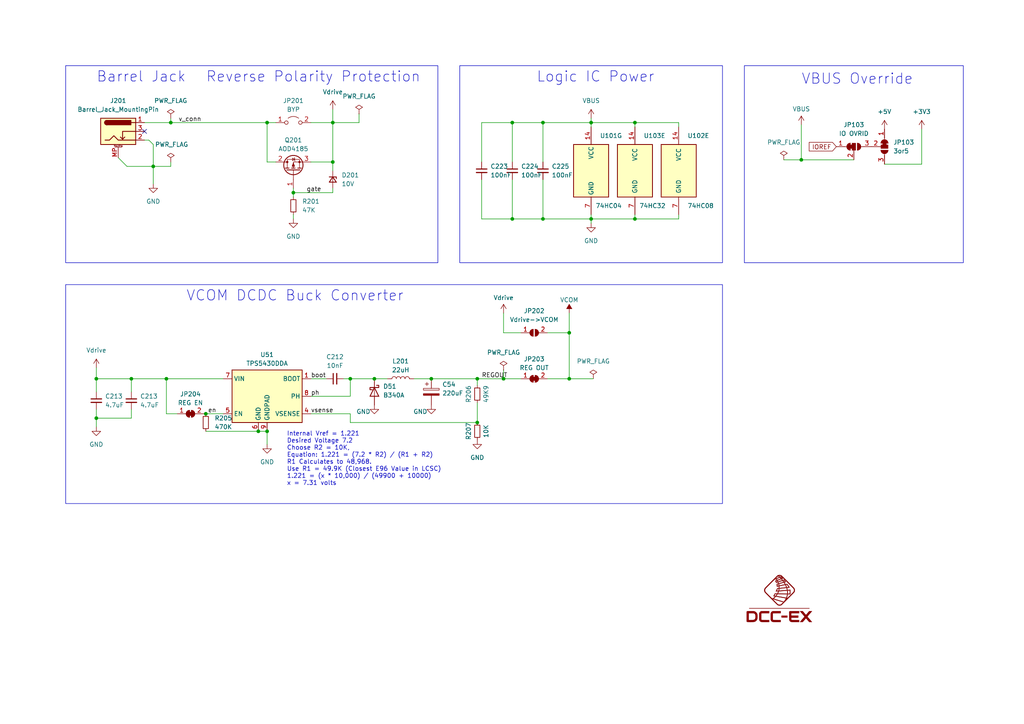
<source format=kicad_sch>
(kicad_sch (version 20230121) (generator eeschema)
  (paper "A4")
  (title_block (title "EX-Motorshield8874") (date "2023-02-23") (rev "RevA") (company "semify-eda.com") (comment 1 "Engineer: Erwin Peterlin") (comment 3 "CERN-OHL-W v2 or later") (comment 4 "Licensed under"))
  (lib_symbols
    (symbol "74xx:74HC04"
      (property "Reference" "U" (at 0 1.27 0))
      (property "Value" "74HC04" (at 0 -1.27 0))
      (symbol "74HC04_1_0"
        (pin input line (at -7.62 0 0) (length 3.81) (name "~") (number "1"))
        (pin output inverted (at 7.62 0 180) (length 3.81) (name "~") (number "2"))
      )
      (symbol "74HC04_2_0"
        (pin input line (at -7.62 0 0) (length 3.81) (name "~") (number "3"))
        (pin output inverted (at 7.62 0 180) (length 3.81) (name "~") (number "4"))
      )
      (symbol "74HC04_3_0"
        (pin input line (at -7.62 0 0) (length 3.81) (name "~") (number "5"))
        (pin output inverted (at 7.62 0 180) (length 3.81) (name "~") (number "6"))
      )
      (symbol "74HC04_4_0"
        (pin output inverted (at 7.62 0 180) (length 3.81) (name "~") (number "8"))
        (pin input line (at -7.62 0 0) (length 3.81) (name "~") (number "9"))
      )
      (symbol "74HC04_5_0"
        (pin output inverted (at 7.62 0 180) (length 3.81) (name "~") (number "10"))
        (pin input line (at -7.62 0 0) (length 3.81) (name "~") (number "11"))
      )
      (symbol "74HC04_6_0"
        (pin output inverted (at 7.62 0 180) (length 3.81) (name "~") (number "12"))
        (pin input line (at -7.62 0 0) (length 3.81) (name "~") (number "13"))
      )
      (symbol "74HC04_7_0"
        (pin power_in line (at 0 12.7 270) (length 5.08) (name "VCC") (number "14"))
        (pin power_in line (at 0 -12.7 90) (length 5.08) (name "GND") (number "7"))
      )
    )
    (symbol "74xx:74LS08" (pin_names (offset 1.016))
      (property "Reference" "U" (at 0 1.27 0))
      (property "Value" "74LS08" (at 0 -1.27 0))
      (symbol "74LS08_1_1"
        (pin input line (at -7.62 2.54 0) (length 3.81) (name "~") (number "1"))
        (pin input line (at -7.62 -2.54 0) (length 3.81) (name "~") (number "2"))
        (pin output line (at 7.62 0 180) (length 3.81) (name "~") (number "3"))
      )
      (symbol "74LS08_1_2"
        (pin input inverted (at -7.62 2.54 0) (length 4.318) (name "~") (number "1"))
        (pin input inverted (at -7.62 -2.54 0) (length 4.318) (name "~") (number "2"))
        (pin output inverted (at 7.62 0 180) (length 3.81) (name "~") (number "3"))
      )
      (symbol "74LS08_2_1"
        (pin input line (at -7.62 2.54 0) (length 3.81) (name "~") (number "4"))
        (pin input line (at -7.62 -2.54 0) (length 3.81) (name "~") (number "5"))
        (pin output line (at 7.62 0 180) (length 3.81) (name "~") (number "6"))
      )
      (symbol "74LS08_2_2"
        (pin input inverted (at -7.62 2.54 0) (length 4.318) (name "~") (number "4"))
        (pin input inverted (at -7.62 -2.54 0) (length 4.318) (name "~") (number "5"))
        (pin output inverted (at 7.62 0 180) (length 3.81) (name "~") (number "6"))
      )
      (symbol "74LS08_3_1"
        (pin input line (at -7.62 -2.54 0) (length 3.81) (name "~") (number "10"))
        (pin output line (at 7.62 0 180) (length 3.81) (name "~") (number "8"))
        (pin input line (at -7.62 2.54 0) (length 3.81) (name "~") (number "9"))
      )
      (symbol "74LS08_3_2"
        (pin input inverted (at -7.62 -2.54 0) (length 4.318) (name "~") (number "10"))
        (pin output inverted (at 7.62 0 180) (length 3.81) (name "~") (number "8"))
        (pin input inverted (at -7.62 2.54 0) (length 4.318) (name "~") (number "9"))
      )
      (symbol "74LS08_4_1"
        (pin output line (at 7.62 0 180) (length 3.81) (name "~") (number "11"))
        (pin input line (at -7.62 2.54 0) (length 3.81) (name "~") (number "12"))
        (pin input line (at -7.62 -2.54 0) (length 3.81) (name "~") (number "13"))
      )
      (symbol "74LS08_4_2"
        (pin output inverted (at 7.62 0 180) (length 3.81) (name "~") (number "11"))
        (pin input inverted (at -7.62 2.54 0) (length 4.318) (name "~") (number "12"))
        (pin input inverted (at -7.62 -2.54 0) (length 4.318) (name "~") (number "13"))
      )
      (symbol "74LS08_5_0"
        (pin power_in line (at 0 12.7 270) (length 5.08) (name "VCC") (number "14"))
        (pin power_in line (at 0 -12.7 90) (length 5.08) (name "GND") (number "7"))
      )
    )
    (symbol "74xx:74LS32" (pin_names (offset 1.016))
      (property "Reference" "U" (at 0 1.27 0))
      (property "Value" "74LS32" (at 0 -1.27 0))
      (symbol "74LS32_1_1"
        (pin input line (at -7.62 2.54 0) (length 4.318) (name "~") (number "1"))
        (pin input line (at -7.62 -2.54 0) (length 4.318) (name "~") (number "2"))
        (pin output line (at 7.62 0 180) (length 3.81) (name "~") (number "3"))
      )
      (symbol "74LS32_1_2"
        (pin input inverted (at -7.62 2.54 0) (length 3.81) (name "~") (number "1"))
        (pin input inverted (at -7.62 -2.54 0) (length 3.81) (name "~") (number "2"))
        (pin output inverted (at 7.62 0 180) (length 3.81) (name "~") (number "3"))
      )
      (symbol "74LS32_2_1"
        (pin input line (at -7.62 2.54 0) (length 4.318) (name "~") (number "4"))
        (pin input line (at -7.62 -2.54 0) (length 4.318) (name "~") (number "5"))
        (pin output line (at 7.62 0 180) (length 3.81) (name "~") (number "6"))
      )
      (symbol "74LS32_2_2"
        (pin input inverted (at -7.62 2.54 0) (length 3.81) (name "~") (number "4"))
        (pin input inverted (at -7.62 -2.54 0) (length 3.81) (name "~") (number "5"))
        (pin output inverted (at 7.62 0 180) (length 3.81) (name "~") (number "6"))
      )
      (symbol "74LS32_3_1"
        (pin input line (at -7.62 -2.54 0) (length 4.318) (name "~") (number "10"))
        (pin output line (at 7.62 0 180) (length 3.81) (name "~") (number "8"))
        (pin input line (at -7.62 2.54 0) (length 4.318) (name "~") (number "9"))
      )
      (symbol "74LS32_3_2"
        (pin input inverted (at -7.62 -2.54 0) (length 3.81) (name "~") (number "10"))
        (pin output inverted (at 7.62 0 180) (length 3.81) (name "~") (number "8"))
        (pin input inverted (at -7.62 2.54 0) (length 3.81) (name "~") (number "9"))
      )
      (symbol "74LS32_4_1"
        (pin output line (at 7.62 0 180) (length 3.81) (name "~") (number "11"))
        (pin input line (at -7.62 2.54 0) (length 4.318) (name "~") (number "12"))
        (pin input line (at -7.62 -2.54 0) (length 4.318) (name "~") (number "13"))
      )
      (symbol "74LS32_4_2"
        (pin output inverted (at 7.62 0 180) (length 3.81) (name "~") (number "11"))
        (pin input inverted (at -7.62 2.54 0) (length 3.81) (name "~") (number "12"))
        (pin input inverted (at -7.62 -2.54 0) (length 3.81) (name "~") (number "13"))
      )
      (symbol "74LS32_5_0"
        (pin power_in line (at 0 12.7 270) (length 5.08) (name "VCC") (number "14"))
        (pin power_in line (at 0 -12.7 90) (length 5.08) (name "GND") (number "7"))
      )
    )
    (symbol "Connector:Barrel_Jack_Switch_MountingPin" (pin_names hide)
      (property "Reference" "J" (at 0 5.334 0))
      (property "Value" "Barrel_Jack_Switch_MountingPin" (at 1.27 -6.35 0))
      (symbol "Barrel_Jack_Switch_MountingPin_1_1"
        (text "Mounting" (at 0 -4.191 0) (effects (font (size 0.381 0.381))))
        (pin passive line (at 7.62 2.54 180) (length 2.54) (name "~") (number "1"))
        (pin passive line (at 7.62 -2.54 180) (length 2.54) (name "~") (number "2"))
        (pin passive line (at 7.62 0 180) (length 2.54) (name "~") (number "3"))
        (pin passive line (at 0 -7.62 90) (length 3.048) (name "MountPin") (number "MP"))
      )
    )
    (symbol "DCC-EX-Symbols:DCC-EX-Logo" (pin_names (offset 1.016)))
    (symbol "Device:C_Polarized" (pin_numbers hide) (pin_names (offset 0.254))
      (property "Reference" "C" (at 0.635 2.54 0))
      (property "Value" "C_Polarized" (at 0.635 -2.54 0))
      (symbol "C_Polarized_1_1"
        (pin passive line (at 0 3.81 270) (length 2.794) (name "~") (number "1"))
        (pin passive line (at 0 -3.81 90) (length 2.794) (name "~") (number "2"))
      )
    )
    (symbol "Device:C_Small" (pin_numbers hide) (pin_names (offset 0.254) hide)
      (property "Reference" "C" (at 0.254 1.778 0))
      (property "Value" "C_Small" (at 0.254 -2.032 0))
      (symbol "C_Small_1_1"
        (pin passive line (at 0 2.54 270) (length 2.032) (name "~") (number "1"))
        (pin passive line (at 0 -2.54 90) (length 2.032) (name "~") (number "2"))
      )
    )
    (symbol "Device:D_Schottky" (pin_numbers hide) (pin_names (offset 1.016) hide)
      (property "Reference" "D" (at 0 2.54 0))
      (property "Value" "D_Schottky" (at 0 -2.54 0))
      (symbol "D_Schottky_1_1"
        (pin passive line (at -3.81 0 0) (length 2.54) (name "K") (number "1"))
        (pin passive line (at 3.81 0 180) (length 2.54) (name "A") (number "2"))
      )
    )
    (symbol "Device:D_Zener_Small" (pin_numbers hide) (pin_names (offset 0.254) hide)
      (property "Reference" "D" (at 0 2.286 0))
      (property "Value" "D_Zener_Small" (at 0 -2.286 0))
      (symbol "D_Zener_Small_1_1"
        (pin passive line (at -2.54 0 0) (length 1.778) (name "K") (number "1"))
        (pin passive line (at 2.54 0 180) (length 1.778) (name "A") (number "2"))
      )
    )
    (symbol "Device:L" (pin_numbers hide) (pin_names (offset 1.016) hide)
      (property "Reference" "L" (at -1.27 0 90))
      (property "Value" "L" (at 1.905 0 90))
      (symbol "L_1_1"
        (pin passive line (at 0 3.81 270) (length 1.27) (name "1") (number "1"))
        (pin passive line (at 0 -3.81 90) (length 1.27) (name "2") (number "2"))
      )
    )
    (symbol "Device:R_Small" (pin_numbers hide) (pin_names (offset 0.254) hide)
      (property "Reference" "R" (at 0.762 0.508 0))
      (property "Value" "R_Small" (at 0.762 -1.016 0))
      (symbol "R_Small_1_1"
        (pin passive line (at 0 2.54 270) (length 0.762) (name "~") (number "1"))
        (pin passive line (at 0 -2.54 90) (length 0.762) (name "~") (number "2"))
      )
    )
    (symbol "Jumper:Jumper_2_Open" (pin_names (offset 0) hide)
      (property "Reference" "JP" (at 0 2.794 0))
      (property "Value" "Jumper_2_Open" (at 0 -2.286 0))
      (symbol "Jumper_2_Open_1_1"
        (pin passive line (at -5.08 0 0) (length 2.54) (name "A") (number "1"))
        (pin passive line (at 5.08 0 180) (length 2.54) (name "B") (number "2"))
      )
    )
    (symbol "Jumper:SolderJumper_2_Bridged" (pin_names (offset 0) hide)
      (property "Reference" "JP" (at 0 2.032 0))
      (property "Value" "SolderJumper_2_Bridged" (at 0 -2.54 0))
      (symbol "SolderJumper_2_Bridged_1_1"
        (pin passive line (at -3.81 0 0) (length 2.54) (name "A") (number "1"))
        (pin passive line (at 3.81 0 180) (length 2.54) (name "B") (number "2"))
      )
    )
    (symbol "Jumper:SolderJumper_2_Open" (pin_names (offset 0) hide)
      (property "Reference" "JP" (at 0 2.032 0))
      (property "Value" "SolderJumper_2_Open" (at 0 -2.54 0))
      (symbol "SolderJumper_2_Open_1_1"
        (pin passive line (at -3.81 0 0) (length 2.54) (name "A") (number "1"))
        (pin passive line (at 3.81 0 180) (length 2.54) (name "B") (number "2"))
      )
    )
    (symbol "Jumper:SolderJumper_3_Bridged12" (pin_names (offset 0) hide)
      (property "Reference" "JP" (at -2.54 -2.54 0))
      (property "Value" "SolderJumper_3_Bridged12" (at 0 2.794 0))
      (symbol "SolderJumper_3_Bridged12_1_1"
        (pin passive line (at -5.08 0 0) (length 2.54) (name "A") (number "1"))
        (pin passive line (at 0 -3.81 90) (length 2.54) (name "C") (number "2"))
        (pin passive line (at 5.08 0 180) (length 2.54) (name "B") (number "3"))
      )
    )
    (symbol "Regulator_Switching:TPS5430DDA"
      (property "Reference" "U" (at -10.16 8.89 0))
      (property "Value" "TPS5430DDA" (at -1.27 8.89 0))
      (symbol "TPS5430DDA_1_1"
        (pin input line (at 12.7 5.08 180) (length 2.54) (name "BOOT") (number "1"))
        (pin no_connect line (at -10.16 2.54 0) (length 2.54) hide (name "NC") (number "2"))
        (pin no_connect line (at -10.16 -2.54 0) (length 2.54) hide (name "NC") (number "3"))
        (pin input line (at 12.7 -5.08 180) (length 2.54) (name "VSENSE") (number "4"))
        (pin input line (at -12.7 -5.08 0) (length 2.54) (name "EN") (number "5"))
        (pin power_in line (at -2.54 -10.16 90) (length 2.54) (name "GND") (number "6"))
        (pin power_in line (at -12.7 5.08 0) (length 2.54) (name "VIN") (number "7"))
        (pin output line (at 12.7 0 180) (length 2.54) (name "PH") (number "8"))
        (pin power_in line (at 0 -10.16 90) (length 2.54) (name "GNDPAD") (number "9"))
      )
    )
    (symbol "Transistor_FET:IRF4905" (pin_names hide)
      (property "Reference" "Q" (at 5.08 1.905 0))
      (property "Value" "IRF4905" (at 5.08 0 0))
      (symbol "IRF4905_1_1"
        (pin input line (at -5.08 0 0) (length 2.54) (name "G") (number "1"))
        (pin passive line (at 2.54 5.08 270) (length 2.54) (name "D") (number "2"))
        (pin passive line (at 2.54 -5.08 90) (length 2.54) (name "S") (number "3"))
      )
    )
    (symbol "power:+3V3" (power) (pin_names (offset 0))
      (property "Value" "+3V3" (at 0 3.556 0))
      (symbol "+3V3_1_1"
        (pin power_in line (at 0 0 90) (length 0) hide (name "+3V3") (number "1"))
      )
    )
    (symbol "power:+5V" (power) (pin_names (offset 0))
      (property "Value" "+5V" (at 0 3.556 0))
      (symbol "+5V_1_1"
        (pin power_in line (at 0 0 90) (length 0) hide (name "+5V") (number "1"))
      )
    )
    (symbol "power:GND" (power) (pin_names (offset 0))
      (property "Value" "GND" (at 0 -3.81 0))
      (symbol "GND_1_1"
        (pin power_in line (at 0 0 270) (length 0) hide (name "GND") (number "1"))
      )
    )
    (symbol "power:PWR_FLAG" (power) (pin_numbers hide) (pin_names (offset 0) hide)
      (property "Value" "PWR_FLAG" (at 0 3.81 0))
      (symbol "PWR_FLAG_0_0"
        (pin power_out line (at 0 0 90) (length 0) (name "pwr") (number "1"))
      )
    )
    (symbol "power:VBUS" (power) (pin_names (offset 0))
      (property "Value" "VBUS" (at 0 3.81 0))
      (symbol "VBUS_1_1"
        (pin power_in line (at 0 0 90) (length 0) hide (name "VBUS") (number "1"))
      )
    )
    (symbol "power:VCOM" (power) (pin_names (offset 0))
      (property "Value" "VCOM" (at 0 3.81 0))
      (symbol "VCOM_1_1"
        (pin power_in line (at 0 0 90) (length 0) hide (name "VCOM") (number "1"))
      )
    )
    (symbol "power:Vdrive" (power) (pin_names (offset 0))
      (property "Value" "Vdrive" (at 0 3.81 0))
      (symbol "Vdrive_1_1"
        (pin power_in line (at 0 0 90) (length 0) hide (name "Vdrive") (number "1"))
      )
    )
  )
  (junction (at 138.43 109.855))
  (junction (at 125.095 109.855))
  (junction (at 59.69 120.015))
  (junction (at 27.94 121.285))
  (junction (at 165.1 96.52))
  (junction (at 101.6 109.855))
  (junction (at 148.59 35.56))
  (junction (at 165.1 109.855))
  (junction (at 96.52 35.56))
  (junction (at 171.45 63.5))
  (junction (at 96.52 46.99))
  (junction (at 184.15 63.5))
  (junction (at 48.26 109.855))
  (junction (at 77.47 35.56))
  (junction (at 157.48 35.56))
  (junction (at 232.41 46.355))
  (junction (at 148.59 63.5))
  (junction (at 38.1 109.855))
  (junction (at 85.09 55.88))
  (junction (at 74.93 125.095))
  (junction (at 184.15 35.56))
  (junction (at 44.45 48.26))
  (junction (at 157.48 63.5))
  (junction (at 27.94 109.855))
  (junction (at 77.47 125.095))
  (junction (at 146.05 109.855))
  (junction (at 171.45 35.56))
  (junction (at 138.43 122.555))
  (junction (at 49.53 35.56))
  (junction (at 108.585 109.855))
  (no_connect (at 41.91 38.1))
  (wire (pts (xy 112.395 109.855) (xy 108.585 109.855)))
  (wire (pts (xy 171.45 63.5) (xy 171.45 64.77)))
  (wire (pts (xy 138.43 109.855) (xy 138.43 111.76)))
  (wire (pts (xy 158.75 96.52) (xy 165.1 96.52)))
  (wire (pts (xy 90.17 35.56) (xy 96.52 35.56)))
  (wire (pts (xy 85.09 62.23) (xy 85.09 63.5)))
  (wire (pts (xy 171.45 34.29) (xy 171.45 35.56)))
  (wire (pts (xy 101.6 114.935) (xy 101.6 109.855)))
  (wire (pts (xy 232.41 36.195) (xy 232.41 46.355)))
  (wire (pts (xy 85.09 55.88) (xy 96.52 55.88)))
  (wire (pts (xy 96.52 49.53) (xy 96.52 46.99)))
  (wire (pts (xy 256.54 47.625) (xy 267.335 47.625)))
  (wire (pts (xy 148.59 52.07) (xy 148.59 63.5)))
  (wire (pts (xy 158.75 109.855) (xy 165.1 109.855)))
  (wire (pts (xy 43.18 40.64) (xy 44.45 41.91)))
  (wire (pts (xy 227.33 46.355) (xy 232.41 46.355)))
  (wire (pts (xy 148.59 35.56) (xy 148.59 46.99)))
  (wire (pts (xy 96.52 55.88) (xy 96.52 54.61)))
  (wire (pts (xy 196.85 62.23) (xy 196.85 63.5)))
  (wire (pts (xy 157.48 35.56) (xy 171.45 35.56)))
  (wire (pts (xy 96.52 35.56) (xy 104.14 35.56)))
  (wire (pts (xy 41.91 35.56) (xy 49.53 35.56)))
  (wire (pts (xy 48.26 109.855) (xy 64.77 109.855)))
  (wire (pts (xy 146.05 96.52) (xy 151.13 96.52)))
  (wire (pts (xy 59.69 125.095) (xy 74.93 125.095)))
  (wire (pts (xy 44.45 48.26) (xy 44.45 53.34)))
  (wire (pts (xy 77.47 35.56) (xy 77.47 46.99)))
  (wire (pts (xy 165.1 96.52) (xy 165.1 109.855)))
  (wire (pts (xy 120.015 109.855) (xy 125.095 109.855)))
  (wire (pts (xy 27.94 121.285) (xy 27.94 123.825)))
  (wire (pts (xy 184.15 63.5) (xy 196.85 63.5)))
  (wire (pts (xy 101.6 120.015) (xy 101.6 122.555)))
  (wire (pts (xy 171.45 35.56) (xy 171.45 36.83)))
  (wire (pts (xy 77.47 46.99) (xy 80.01 46.99)))
  (wire (pts (xy 146.05 109.855) (xy 146.05 107.315)))
  (wire (pts (xy 27.94 106.68) (xy 27.94 109.855)))
  (wire (pts (xy 49.53 35.56) (xy 49.53 34.29)))
  (wire (pts (xy 38.1 109.855) (xy 48.26 109.855)))
  (wire (pts (xy 157.48 52.07) (xy 157.48 63.5)))
  (wire (pts (xy 148.59 35.56) (xy 157.48 35.56)))
  (wire (pts (xy 171.45 62.23) (xy 171.45 63.5)))
  (wire (pts (xy 96.52 31.75) (xy 96.52 35.56)))
  (wire (pts (xy 38.1 118.745) (xy 38.1 121.285)))
  (wire (pts (xy 38.1 109.855) (xy 38.1 113.665)))
  (wire (pts (xy 44.45 48.26) (xy 36.83 48.26)))
  (wire (pts (xy 165.1 109.855) (xy 172.085 109.855)))
  (wire (pts (xy 59.055 120.015) (xy 59.69 120.015)))
  (wire (pts (xy 247.65 46.355) (xy 232.41 46.355)))
  (wire (pts (xy 196.85 35.56) (xy 196.85 36.83)))
  (wire (pts (xy 184.15 35.56) (xy 196.85 35.56)))
  (wire (pts (xy 27.94 121.285) (xy 38.1 121.285)))
  (wire (pts (xy 90.17 114.935) (xy 101.6 114.935)))
  (wire (pts (xy 27.94 109.855) (xy 27.94 113.665)))
  (wire (pts (xy 59.69 120.015) (xy 64.77 120.015)))
  (wire (pts (xy 104.14 35.56) (xy 104.14 33.02)))
  (wire (pts (xy 49.53 46.99) (xy 49.53 48.26)))
  (wire (pts (xy 148.59 63.5) (xy 157.48 63.5)))
  (wire (pts (xy 48.26 120.015) (xy 51.435 120.015)))
  (wire (pts (xy 49.53 35.56) (xy 77.47 35.56)))
  (wire (pts (xy 165.1 90.805) (xy 165.1 96.52)))
  (wire (pts (xy 77.47 35.56) (xy 80.01 35.56)))
  (wire (pts (xy 108.585 109.855) (xy 101.6 109.855)))
  (wire (pts (xy 74.93 125.095) (xy 77.47 125.095)))
  (wire (pts (xy 85.09 54.61) (xy 85.09 55.88)))
  (wire (pts (xy 27.94 109.855) (xy 38.1 109.855)))
  (wire (pts (xy 139.7 63.5) (xy 148.59 63.5)))
  (wire (pts (xy 125.095 109.855) (xy 138.43 109.855)))
  (wire (pts (xy 138.43 116.84) (xy 138.43 122.555)))
  (wire (pts (xy 90.17 46.99) (xy 96.52 46.99)))
  (wire (pts (xy 138.43 109.855) (xy 146.05 109.855)))
  (wire (pts (xy 99.695 109.855) (xy 101.6 109.855)))
  (wire (pts (xy 184.15 62.23) (xy 184.15 63.5)))
  (wire (pts (xy 90.17 120.015) (xy 101.6 120.015)))
  (wire (pts (xy 146.05 109.855) (xy 151.13 109.855)))
  (wire (pts (xy 157.48 63.5) (xy 171.45 63.5)))
  (wire (pts (xy 184.15 35.56) (xy 184.15 36.83)))
  (wire (pts (xy 171.45 63.5) (xy 184.15 63.5)))
  (wire (pts (xy 157.48 35.56) (xy 157.48 46.99)))
  (wire (pts (xy 90.17 109.855) (xy 94.615 109.855)))
  (wire (pts (xy 267.335 47.625) (xy 267.335 37.465)))
  (wire (pts (xy 27.94 118.745) (xy 27.94 121.285)))
  (wire (pts (xy 85.09 55.88) (xy 85.09 57.15)))
  (wire (pts (xy 49.53 48.26) (xy 44.45 48.26)))
  (wire (pts (xy 48.26 109.855) (xy 48.26 120.015)))
  (wire (pts (xy 146.05 90.805) (xy 146.05 96.52)))
  (wire (pts (xy 101.6 122.555) (xy 138.43 122.555)))
  (wire (pts (xy 77.47 128.905) (xy 77.47 125.095)))
  (wire (pts (xy 139.7 35.56) (xy 148.59 35.56)))
  (wire (pts (xy 96.52 46.99) (xy 96.52 35.56)))
  (wire (pts (xy 171.45 35.56) (xy 184.15 35.56)))
  (wire (pts (xy 41.91 40.64) (xy 43.18 40.64)))
  (wire (pts (xy 139.7 52.07) (xy 139.7 63.5)))
  (wire (pts (xy 139.7 35.56) (xy 139.7 46.99)))
  (wire (pts (xy 36.83 48.26) (xy 34.29 45.72)))
  (wire (pts (xy 44.45 41.91) (xy 44.45 48.26)))
  (rectangle (start 19.05 82.55) (end 209.55 146.05))
  (rectangle (start 19.05 19.05) (end 127 76.2))
  (rectangle (start 133.35 19.05) (end 209.55 76.2))
  (rectangle (start 215.9 19.05) (end 279.4 76.2))
  (text "Internal Vref = 1.221\nDesired Voltage 7.2\nChoose R2 = 10K, \nEquation: 1.221 = (7.2 * R2) / (R1 + R2)\nR1 Calculates to 48,968.\nUse R1 = 49.9K (Closest E96 Value in LCSC)\n1.221 = (x * 10,000) / (49900 + 10000)\nx = 7.31 volts" (at 83.185 140.97 0) (effects (font (size 1.27 1.27)) (justify left bottom)))
  (text "VBUS Override" (at 232.41 24.765 0) (effects (font (size 3 3)) (justify left bottom)))
  (text "Reverse Polarity Protection" (at 59.69 24.13 0) (effects (font (size 3 3)) (justify left bottom)))
  (text "Logic IC Power" (at 155.575 24.13 0) (effects (font (size 3 3)) (justify left bottom)))
  (text "VCOM DCDC Buck Converter" (at 53.975 87.63 0) (effects (font (size 3 3)) (justify left bottom)))
  (text "Barrel Jack" (at 27.94 24.13 0) (effects (font (size 3 3)) (justify left bottom)))
  (label "vsense" (at 90.17 120.015 0))
  (label "v_conn" (at 58.42 35.56 180))
  (label "en" (at 60.325 120.015 0))
  (label "boot" (at 90.17 109.855 0))
  (label "REGOUT" (at 139.7 109.855 0))
  (label "gate" (at 88.9 55.88 0))
  (label "ph" (at 90.17 114.935 0))
  (global_label "IOREF" (shape input) (at 242.57 42.545 180) (property "Intersheetrefs" "${INTERSHEET_REFS}" (effects hide)))
  (symbol (lib_id "power:GND") (at 125.095 117.475 0) (unit 1)
    (property "Reference" "#PWR0214" (effects hide))
    (property "Value" "GND" (at 121.92 119.38 0))
    (instances (project "motor-shield" (path "" (reference "#PWR0214") (unit 1))) (project "EX-MotorShield8874" (path "" (reference "#PWR0113") (unit 1))))
  )
  (symbol (lib_id "74xx:74LS08") (at 196.85 49.53 0) (unit 5)
    (property "Reference" "U102" (at 199.39 39.37 0) (effects (justify left)))
    (property "Value" "74HC08" (at 199.39 59.69 0) (effects (justify left)))
    (property "Footprint" "Package_SO:TSSOP-14_4.4x5mm_P0.65mm" (effects hide))
    (property "Datasheet" "https://datasheet.lcsc.com/lcsc/2304140030_Nexperia-74HC08PW-118_C80001.pdf" (effects hide))
    (property "LCSC Part #" "C80001" (effects hide))
    (property "rohs_cert_or_in_datasheet" "y" (effects hide))
    (property "Description" "2V~6V 2uA 4 15ns@6V,50pF And TSSOP-14 Gates ROHS" (effects hide))
    (instances (project "motor-shield" (path "" (reference "U102") (unit 5))) (project "EX-MotorShield8874" (path "" (reference "U14") (unit 5))))
  )
  (symbol (lib_id "Device:D_Zener_Small") (at 96.52 52.07 270) (unit 1)
    (property "Reference" "D201" (at 99.06 50.7999 90) (effects (justify left)))
    (property "Value" "10V" (at 99.06 53.3399 90) (effects (justify left)))
    (property "Footprint" "Diode_SMD:D_SOD-323" (effects hide))
    (property "Datasheet" "Generic" (effects hide))
    (property "LCSC Part #" "C85383" (effects hide))
    (property "rohs_cert_or_in_datasheet" "y" (effects hide))
    (property "Description" "±2% Single 9.77V~10.21V 400mW 10V SOD-323 Zener Diodes ROHS" (effects hide))
    (instances (project "motor-shield" (path "" (reference "D201") (unit 1))) (project "EX-MotorShield8874" (path "" (reference "D52") (unit 1))))
  )
  (symbol (lib_id "power:Vdrive") (at 27.94 106.68 0) (unit 1)
    (property "Reference" "#PWR0208" (effects hide))
    (property "Value" "Vdrive" (at 27.94 101.6 0))
  )
  (symbol (lib_id "DCC-EX-Symbols:DCC-EX-Logo") (at 226.06 174.625 0) (unit 1)
    (property "Reference" "#G101" (effects hide))
    (property "Value" "LOGO" (effects hide))
    (instances (project "motor-shield" (path "" (reference "#G101") (unit 1)) (path "" (reference "#G201") (unit 1))) (project "EX-MotorShield8874" (path "" (reference "#G201") (unit 1))))
  )
  (symbol (lib_id "power:VCOM") (at 165.1 90.805 0) (unit 1)
    (property "Reference" "#PWR0206" (effects hide))
    (property "Value" "VCOM" (at 165.1 86.995 0))
  )
  (symbol (lib_id "Transistor_FET:IRF4905") (at 85.09 49.53 90) (unit 1)
    (property "Reference" "Q201" (at 85.09 40.64 90))
    (property "Value" "AOD4185" (at 85.09 43.18 90))
    (property "Footprint" "Package_TO_SOT_SMD:TO-252-2" (effects hide))
    (property "Datasheet" "http://www.infineon.com/dgdl/irf4905.pdf?fileId=5546d462533600a4015355e32165197c" (effects hide))
    (property "LCSC Part #" "C400894" (effects hide))
    (property "rohs_cert_or_in_datasheet" "y" (effects hide))
    (property "Description" "40V 40A 15mΩ@10V,20A P Channel TO-252 MOSFETs ROHS" (effects hide))
    (instances (project "motor-shield" (path "" (reference "Q201") (unit 1))) (project "EX-MotorShield8874" (path "" (reference "Q51") (unit 1))))
  )
  (symbol (lib_id "Jumper:Jumper_2_Open") (at 85.09 35.56 0) (unit 1) (in_bom no)
    (property "Reference" "JP201" (at 85.09 29.21 0))
    (property "Value" "BYP" (at 85.09 31.75 0))
    (property "Footprint" "Jumper:SolderJumper-2_P1.3mm_Open_RoundedPad1.0x1.5mm" (effects hide))
    (property "Description" "DNP" (effects hide))
    (instances (project "motor-shield" (path "" (reference "JP201") (unit 1))) (project "EX-MotorShield8874" (path "" (reference "JP54") (unit 1))))
  )
  (symbol (lib_id "Device:R_Small") (at 59.69 122.555 0) (unit 1)
    (property "Reference" "R205" (at 62.23 121.285 0) (effects (justify left)))
    (property "Value" "470K" (at 62.23 123.825 0) (effects (justify left)))
    (property "Footprint" "Resistor_SMD:R_0402_1005Metric" (effects hide))
    (property "LCSC Part #" "C25790" (effects hide))
    (property "rohs_cert_or_in_datasheet" "y" (effects hide))
    (property "Description" "62.5mW Thick Film Resistors ±100ppm/℃ ±1% 470kΩ 0402 Chip Resistor - Surface Mount ROHS" (effects hide))
    (instances (project "motor-shield" (path "" (reference "R205") (unit 1))) (project "EX-MotorShield8874" (path "" (reference "R51") (unit 1))))
  )
  (symbol (lib_id "Device:C_Small") (at 157.48 49.53 0) (unit 1)
    (property "Reference" "C225" (at 160.02 48.2662 0) (effects (justify left)))
    (property "Value" "100nF" (at 160.02 50.8062 0) (effects (justify left)))
    (property "Footprint" "Capacitor_SMD:C_0402_1005Metric" (effects hide))
    (property "Datasheet" "Generic" (effects hide))
    (property "LCSC Part #" "C307331" (effects hide))
    (property "rohs_cert_or_in_datasheet" "y" (effects hide))
    (property "Description" "50V 100nF X7R ±10% 0402 Multilayer Ceramic Capacitors MLCC - SMD/SMT ROHS" (effects hide))
    (instances (project "motor-shield" (path "" (reference "C225") (unit 1))) (project "EX-MotorShield8874" (path "" (reference "C57") (unit 1))))
  )
  (symbol (lib_id "power:GND") (at 171.45 64.77 0) (unit 1)
    (property "Reference" "#PWR0221" (effects hide))
    (property "Value" "GND" (at 171.45 69.85 0))
  )
  (symbol (lib_id "power:PWR_FLAG") (at 104.14 33.02 0) (unit 1)
    (property "Reference" "#FLG0201" (effects hide))
    (property "Value" "PWR_FLAG" (at 104.14 27.94 0))
  )
  (symbol (lib_id "Jumper:SolderJumper_3_Bridged12") (at 247.65 42.545 0) (unit 1)
    (property "Reference" "JP103" (at 247.65 36.195 0))
    (property "Value" "IO OVRID" (at 247.65 38.735 0))
    (property "Footprint" "Jumper:SolderJumper-3_P1.3mm_Bridged12_RoundedPad1.0x1.5mm" (effects hide))
    (property "Description" "DNP" (effects hide))
    (instances (project "EX-MotorShield8874" (path "" (reference "JP103") (unit 1)) (path "" (reference "JP51") (unit 1))))
  )
  (symbol (lib_id "Device:C_Polarized") (at 125.095 113.665 0) (unit 1)
    (property "Reference" "C54" (at 128.27 111.506 0) (effects (justify left)))
    (property "Value" "220uF" (at 128.27 114.046 0) (effects (justify left)))
    (property "Footprint" "Capacitor_Tantalum_SMD:CP_EIA-7343-31_Kemet-D" (effects hide))
    (property "Datasheet" "https://datasheet.lcsc.com/lcsc/2304140030_KEMET-T491D227K016AT_C122304.pdf" (effects hide))
    (property "Description" "220uF 16V 900mΩ@100kHz ±10% CASE-D-7343 Tantalum Capacitors ROHS" (effects hide))
    (property "LCSC Part #" "C122304" (effects hide))
    (property "rohs_cert_or_in_datasheet" "y" (effects hide))
  )
  (symbol (lib_id "power:PWR_FLAG") (at 146.05 107.315 0) (unit 1)
    (property "Reference" "#FLG0205" (effects hide))
    (property "Value" "PWR_FLAG" (at 146.05 102.235 0))
  )
  (symbol (lib_id "Jumper:SolderJumper_2_Bridged") (at 154.94 109.855 0) (unit 1)
    (property "Reference" "JP203" (at 154.94 104.14 0))
    (property "Value" "REG OUT" (at 154.94 106.68 0))
    (property "Footprint" "Jumper:SolderJumper-2_P1.3mm_Bridged_RoundedPad1.0x1.5mm" (effects hide))
    (property "Description" "DNP" (effects hide))
    (instances (project "motor-shield" (path "" (reference "JP203") (unit 1))) (project "EX-MotorShield8874" (path "" (reference "JP56") (unit 1))))
  )
  (symbol (lib_id "Device:L") (at 116.205 109.855 90) (unit 1)
    (property "Reference" "L201" (at 116.205 104.775 90))
    (property "Value" "22uH" (at 116.205 107.315 90))
    (property "Footprint" "DCC-EX-Footprints:L_6.7x7.2_H5" (effects hide))
    (property "Datasheet" "https://datasheet.lcsc.com/lcsc/2210101130_SHOU-HAN-CYA0650-22UH_C5189963.pdf" (effects hide))
    (property "LCSC Part #" "C5189963" (effects hide))
    (property "rohs_cert_or_in_datasheet" "y" (effects hide))
    (property "Description" "2.6A 22uH ±20% 110mΩ SMD,6.6x7.2mm Inductors (SMD) ROHS" (effects hide))
    (instances (project "motor-shield" (path "" (reference "L201") (unit 1))) (project "EX-MotorShield8874" (path "" (reference "L51") (unit 1))))
  )
  (symbol (lib_id "power:PWR_FLAG") (at 49.53 34.29 0) (unit 1)
    (property "Reference" "#FLG0202" (effects hide))
    (property "Value" "PWR_FLAG" (at 49.53 29.21 0))
  )
  (symbol (lib_id "Device:C_Small") (at 38.1 116.205 0) (unit 1)
    (property "Reference" "C213" (at 40.64 114.9412 0) (effects (justify left)))
    (property "Value" "4.7uF" (at 40.64 117.4812 0) (effects (justify left)))
    (property "Footprint" "Capacitor_SMD:C_0805_2012Metric" (effects hide))
    (property "Datasheet" "Generic" (effects hide))
    (property "LCSC Part #" "C98192" (effects hide))
    (property "rohs_cert_or_in_datasheet" "y" (effects hide))
    (property "Description" "50V 4.7uF X5R ±10% 0805 Multilayer Ceramic Capacitors MLCC - SMD/SMT ROHS" (effects hide))
    (instances (project "motor-shield" (path "" (reference "C213") (unit 1))) (project "EX-MotorShield8874" (path "" (reference "C52") (unit 1))))
  )
  (symbol (lib_id "Connector:Barrel_Jack_Switch_MountingPin") (at 34.29 38.1 0) (unit 1)
    (property "Reference" "J201" (at 34.29 29.21 0))
    (property "Value" "Barrel_Jack_MountingPin" (at 34.29 31.75 0))
    (property "Footprint" "DCC-EX-Footprints:DC-S050-200" (effects hide))
    (property "LCSC Part #" "C2936010" (effects hide))
    (property "rohs_cert_or_in_datasheet" "y" (effects hide))
    (property "Description" "Surface Mount DC Power Receptacle -20℃~+70℃ 2mm 6.38mm 500mA 30V SMD AC/DC Power Connectors ROHS" (effects hide))
    (instances (project "motor-shield" (path "" (reference "J201") (unit 1))) (project "EX-MotorShield8874" (path "" (reference "J51") (unit 1))))
  )
  (symbol (lib_id "Device:C_Small") (at 27.94 116.205 0) (unit 1)
    (property "Reference" "C213" (at 30.48 114.9412 0) (effects (justify left)))
    (property "Value" "4.7uF" (at 30.48 117.4812 0) (effects (justify left)))
    (property "Footprint" "Capacitor_SMD:C_0805_2012Metric" (effects hide))
    (property "Datasheet" "Generic" (effects hide))
    (property "LCSC Part #" "C98192" (effects hide))
    (property "rohs_cert_or_in_datasheet" "y" (effects hide))
    (property "Description" "50V 4.7uF X5R ±10% 0805 Multilayer Ceramic Capacitors MLCC - SMD/SMT ROHS" (effects hide))
    (instances (project "motor-shield" (path "" (reference "C213") (unit 1))) (project "EX-MotorShield8874" (path "" (reference "C51") (unit 1))))
  )
  (symbol (lib_id "power:PWR_FLAG") (at 49.53 46.99 0) (unit 1)
    (property "Reference" "#FLG0203" (effects hide))
    (property "Value" "PWR_FLAG" (at 54.61 41.91 0) (effects (justify right)))
  )
  (symbol (lib_id "power:PWR_FLAG") (at 172.085 109.855 0) (unit 1)
    (property "Reference" "#FLG0205" (effects hide))
    (property "Value" "PWR_FLAG" (at 172.085 104.775 0))
    (instances (project "motor-shield" (path "" (reference "#FLG0205") (unit 1))) (project "EX-MotorShield8874" (path "" (reference "#FLG051") (unit 1))))
  )
  (symbol (lib_id "power:VBUS") (at 232.41 36.195 0) (unit 1)
    (property "Reference" "#PWR0218" (effects hide))
    (property "Value" "VBUS" (at 232.41 31.623 0))
  )
  (symbol (lib_id "Device:R_Small") (at 85.09 59.69 0) (unit 1)
    (property "Reference" "R201" (at 87.63 58.4199 0) (effects (justify left)))
    (property "Value" "47K" (at 87.63 60.9599 0) (effects (justify left)))
    (property "Footprint" "Resistor_SMD:R_0402_1005Metric" (effects hide))
    (property "LCSC Part #" "C25792" (effects hide))
    (property "rohs_cert_or_in_datasheet" "y" (effects hide))
    (property "Description" "62.5mW Thick Film Resistors ±100ppm/℃ ±1% 47kΩ 0402 Chip Resistor - Surface Mount ROHS" (effects hide))
    (instances (project "motor-shield" (path "" (reference "R201") (unit 1))) (project "EX-MotorShield8874" (path "" (reference "R52") (unit 1))))
  )
  (symbol (lib_id "Device:C_Small") (at 97.155 109.855 90) (unit 1)
    (property "Reference" "C212" (at 97.1613 103.505 90))
    (property "Value" "10nF" (at 97.1613 106.045 90))
    (property "Footprint" "Capacitor_SMD:C_0402_1005Metric" (effects hide))
    (property "Datasheet" "Generic" (effects hide))
    (property "LCSC Part #" "C15195" (effects hide))
    (property "rohs_cert_or_in_datasheet" "y" (effects hide))
    (property "Description" "50V 10nF X7R ±10% 0402 Multilayer Ceramic Capacitors MLCC - SMD/SMT ROHS" (effects hide))
    (instances (project "motor-shield" (path "" (reference "C212") (unit 1))) (project "EX-MotorShield8874" (path "" (reference "C53") (unit 1))))
  )
  (symbol (lib_id "Device:C_Small") (at 139.7 49.53 0) (unit 1)
    (property "Reference" "C223" (at 142.24 48.2662 0) (effects (justify left)))
    (property "Value" "100nF" (at 142.24 50.8062 0) (effects (justify left)))
    (property "Footprint" "Capacitor_SMD:C_0402_1005Metric" (effects hide))
    (property "Datasheet" "Generic" (effects hide))
    (property "LCSC Part #" "C307331" (effects hide))
    (property "rohs_cert_or_in_datasheet" "y" (effects hide))
    (property "Description" "50V 100nF X7R ±10% 0402 Multilayer Ceramic Capacitors MLCC - SMD/SMT ROHS" (effects hide))
    (instances (project "motor-shield" (path "" (reference "C223") (unit 1))) (project "EX-MotorShield8874" (path "" (reference "C55") (unit 1))))
  )
  (symbol (lib_id "Device:R_Small") (at 138.43 125.095 180) (unit 1)
    (property "Reference" "R207" (at 135.89 125.095 90))
    (property "Value" "10K" (at 140.97 125.095 90))
    (property "Footprint" "Resistor_SMD:R_0402_1005Metric" (effects hide))
    (property "LCSC Part #" "C25744" (effects hide))
    (property "rohs_cert_or_in_datasheet" "y" (effects hide))
    (property "Description" "62.5mW Thick Film Resistors ±100ppm/℃ ±1% 10kΩ 0402 Chip Resistor - Surface Mount ROHS" (effects hide))
    (instances (project "motor-shield" (path "" (reference "R207") (unit 1))) (project "EX-MotorShield8874" (path "" (reference "R54") (unit 1))))
  )
  (symbol (lib_id "power:GND") (at 77.47 128.905 0) (unit 1)
    (property "Reference" "#PWR0213" (effects hide))
    (property "Value" "GND" (at 77.47 133.985 0))
  )
  (symbol (lib_id "74xx:74LS32") (at 184.15 49.53 0) (unit 5)
    (property "Reference" "U103" (at 186.69 39.37 0) (effects (justify left)))
    (property "Value" "74HC32" (at 185.42 59.69 0) (effects (justify left)))
    (property "Footprint" "Package_SO:TSSOP-14_4.4x5mm_P0.65mm" (effects hide))
    (property "Datasheet" "https://datasheet.lcsc.com/lcsc/1810121043_Nexperia-74HC32PW-118_C282335.pdf" (effects hide))
    (property "LCSC Part #" "C282335" (effects hide))
    (property "rohs_cert_or_in_datasheet" "y" (effects hide))
    (property "Description" "2V~6V 2uA 4 15ns@6V,50pF ORGate TSSOP-14 Gates ROHS" (effects hide))
    (instances (project "motor-shield" (path "" (reference "U103") (unit 5))) (project "EX-MotorShield8874" (path "" (reference "U12") (unit 5))))
  )
  (symbol (lib_id "power:GND") (at 27.94 123.825 0) (unit 1)
    (property "Reference" "#PWR0209" (effects hide))
    (property "Value" "GND" (at 27.94 128.905 0))
  )
  (symbol (lib_id "Jumper:SolderJumper_3_Bridged12") (at 256.54 42.545 270) (unit 1)
    (property "Reference" "JP103" (at 259.08 41.275 90) (effects (justify left)))
    (property "Value" "3or5" (at 259.08 43.815 90) (effects (justify left)))
    (property "Footprint" "Jumper:SolderJumper-3_P1.3mm_Bridged12_RoundedPad1.0x1.5mm" (effects hide))
    (property "Description" "DNP" (effects hide))
    (instances (project "EX-MotorShield8874" (path "" (reference "JP103") (unit 1)) (path "" (reference "JP52") (unit 1))))
  )
  (symbol (lib_id "Device:D_Schottky") (at 108.585 113.665 270) (unit 1)
    (property "Reference" "D51" (at 111.125 112.0775 90) (effects (justify left)))
    (property "Value" "B340A" (at 111.125 114.6175 90) (effects (justify left)))
    (property "Footprint" "Diode_SMD:D_SMA" (effects hide))
    (property "Datasheet" "https://datasheet.lcsc.com/lcsc/2307101649_MDD-Microdiode-Electronics--B340A_C64982.pdf" (effects hide))
    (property "Description" "40V 550mV@3A 3A SMA(DO-214AC) Schottky Barrier Diodes (SBD) ROHS" (effects hide))
    (property "LCSC Part #" "C64982" (effects hide))
    (property "rohs_cert_or_in_datasheet" "y" (effects hide))
  )
  (symbol (lib_id "power:Vdrive") (at 146.05 90.805 0) (unit 1)
    (property "Reference" "#PWR0207" (effects hide))
    (property "Value" "Vdrive" (at 146.05 86.36 0))
  )
  (symbol (lib_id "Device:R_Small") (at 138.43 114.3 180) (unit 1)
    (property "Reference" "R206" (at 135.89 114.3 90))
    (property "Value" "49K9" (at 140.97 114.3 90))
    (property "Footprint" "Resistor_SMD:R_0402_1005Metric" (effects hide))
    (property "LCSC Part #" "C25897" (effects hide))
    (property "rohs_cert_or_in_datasheet" "y" (effects hide))
    (property "Description" "62.5mW Thick Film Resistors ±100ppm/℃ ±1% 49.9kΩ 0402 Chip Resistor - Surface Mount ROHS" (effects hide))
    (instances (project "motor-shield" (path "" (reference "R206") (unit 1))) (project "EX-MotorShield8874" (path "" (reference "R53") (unit 1))))
  )
  (symbol (lib_id "power:GND") (at 44.45 53.34 0) (unit 1)
    (property "Reference" "#PWR0204" (effects hide))
    (property "Value" "GND" (at 44.45 58.42 0))
  )
  (symbol (lib_id "power:+5V") (at 256.54 37.465 0) (unit 1)
    (property "Reference" "#PWR0219" (effects hide))
    (property "Value" "+5V" (at 256.54 32.385 0))
  )
  (symbol (lib_id "Device:C_Small") (at 148.59 49.53 0) (unit 1)
    (property "Reference" "C224" (at 151.13 48.2662 0) (effects (justify left)))
    (property "Value" "100nF" (at 151.13 50.8062 0) (effects (justify left)))
    (property "Footprint" "Capacitor_SMD:C_0402_1005Metric" (effects hide))
    (property "Datasheet" "Generic" (effects hide))
    (property "LCSC Part #" "C307331" (effects hide))
    (property "rohs_cert_or_in_datasheet" "y" (effects hide))
    (property "Description" "50V 100nF X7R ±10% 0402 Multilayer Ceramic Capacitors MLCC - SMD/SMT ROHS" (effects hide))
    (instances (project "motor-shield" (path "" (reference "C224") (unit 1))) (project "EX-MotorShield8874" (path "" (reference "C56") (unit 1))))
  )
  (symbol (lib_id "74xx:74HC04") (at 171.45 49.53 0) (unit 7)
    (property "Reference" "U101" (at 173.99 39.37 0) (effects (justify left)))
    (property "Value" "74HC04" (at 172.72 59.69 0) (effects (justify left)))
    (property "Footprint" "Package_SO:TSSOP-14_4.4x5mm_P0.65mm" (effects hide))
    (property "Datasheet" "https://datasheet.lcsc.com/lcsc/1808272325_Nexperia-74HC04PW-118_C80000.pdf" (effects hide))
    (property "LCSC Part #" "C80000" (effects hide))
    (property "rohs_cert_or_in_datasheet" "y" (effects hide))
    (property "Description" "6 14ns@6V,50pF 2uA 2V~6V TSSOP-14 Inverters ROHS" (effects hide))
    (instances (project "motor-shield" (path "" (reference "U101") (unit 7))) (project "EX-MotorShield8874" (path "" (reference "U13") (unit 7))))
  )
  (symbol (lib_id "power:GND") (at 108.585 117.475 0) (unit 1)
    (property "Reference" "#PWR0214" (effects hide))
    (property "Value" "GND" (at 105.41 119.38 0))
    (instances (project "motor-shield" (path "" (reference "#PWR0214") (unit 1))) (project "EX-MotorShield8874" (path "" (reference "#PWR0105") (unit 1))))
  )
  (symbol (lib_id "Jumper:SolderJumper_2_Open") (at 154.94 96.52 0) (unit 1)
    (property "Reference" "JP202" (at 154.94 90.17 0))
    (property "Value" "Vdrive->VCOM" (at 154.94 92.71 0))
    (property "Footprint" "Jumper:SolderJumper-2_P1.3mm_Open_RoundedPad1.0x1.5mm" (effects hide))
    (property "Description" "DNP" (effects hide))
    (instances (project "motor-shield" (path "" (reference "JP202") (unit 1))) (project "EX-MotorShield8874" (path "" (reference "JP55") (unit 1))))
  )
  (symbol (lib_id "power:GND") (at 85.09 63.5 0) (unit 1)
    (property "Reference" "#PWR0205" (effects hide))
    (property "Value" "GND" (at 85.09 68.58 0))
  )
  (symbol (lib_id "Regulator_Switching:TPS5430DDA") (at 77.47 114.935 0) (unit 1)
    (property "Reference" "U51" (at 77.47 102.87 0))
    (property "Value" "TPS5430DDA" (at 77.47 105.41 0))
    (property "Footprint" "Package_SO:TI_SO-PowerPAD-8_ThermalVias" (effects hide))
    (property "Datasheet" "https://datasheet.lcsc.com/lcsc/1811081920_Texas-Instruments-TPS5430DDAR_C9864.pdf" (effects hide))
    (property "Description" "Step-down type Adjustable 1.221V~32.04V 3A 5.5V~36V SOP-8-EP DC-DC Converters ROHS" (effects hide))
    (property "LCSC Part #" "C9864" (effects hide))
    (property "rohs_cert_or_in_datasheet" "y" (effects hide))
  )
  (symbol (lib_id "power:+3V3") (at 267.335 37.465 0) (unit 1)
    (property "Reference" "#PWR0220" (effects hide))
    (property "Value" "+3V3" (at 267.335 32.385 0))
  )
  (symbol (lib_id "power:PWR_FLAG") (at 227.33 46.355 0) (unit 1)
    (property "Reference" "#FLG0206" (effects hide))
    (property "Value" "PWR_FLAG" (at 227.33 41.275 0))
  )
  (symbol (lib_id "power:GND") (at 138.43 127.635 0) (unit 1)
    (property "Reference" "#PWR0214" (effects hide))
    (property "Value" "GND" (at 138.43 132.715 0))
  )
  (symbol (lib_id "Jumper:SolderJumper_2_Bridged") (at 55.245 120.015 0) (unit 1)
    (property "Reference" "JP204" (at 55.245 114.3 0))
    (property "Value" "REG EN" (at 55.245 116.84 0))
    (property "Footprint" "Jumper:SolderJumper-2_P1.3mm_Bridged_RoundedPad1.0x1.5mm" (effects hide))
    (property "Description" "DNP" (effects hide))
    (instances (project "motor-shield" (path "" (reference "JP204") (unit 1))) (project "EX-MotorShield8874" (path "" (reference "JP53") (unit 1))))
  )
  (symbol (lib_id "power:Vdrive") (at 96.52 31.75 0) (unit 1)
    (property "Reference" "#PWR0201" (effects hide))
    (property "Value" "Vdrive" (at 96.52 26.67 0))
  )
  (symbol (lib_id "power:VBUS") (at 171.45 34.29 0) (unit 1)
    (property "Reference" "#PWR0217" (effects hide))
    (property "Value" "VBUS" (at 171.45 29.21 0))
  )
)
</source>
